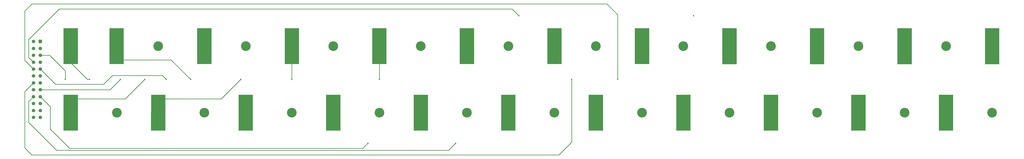
<source format=gbr>
%TF.GenerationSoftware,KiCad,Pcbnew,9.0.2*%
%TF.CreationDate,2025-07-25T15:15:28+08:00*%
%TF.ProjectId,accum_pcb_up,61636375-6d5f-4706-9362-5f75702e6b69,rev?*%
%TF.SameCoordinates,Original*%
%TF.FileFunction,Copper,L2,Bot*%
%TF.FilePolarity,Positive*%
%FSLAX46Y46*%
G04 Gerber Fmt 4.6, Leading zero omitted, Abs format (unit mm)*
G04 Created by KiCad (PCBNEW 9.0.2) date 2025-07-25 15:15:28*
%MOMM*%
%LPD*%
G01*
G04 APERTURE LIST*
G04 Aperture macros list*
%AMRoundRect*
0 Rectangle with rounded corners*
0 $1 Rounding radius*
0 $2 $3 $4 $5 $6 $7 $8 $9 X,Y pos of 4 corners*
0 Add a 4 corners polygon primitive as box body*
4,1,4,$2,$3,$4,$5,$6,$7,$8,$9,$2,$3,0*
0 Add four circle primitives for the rounded corners*
1,1,$1+$1,$2,$3*
1,1,$1+$1,$4,$5*
1,1,$1+$1,$6,$7*
1,1,$1+$1,$8,$9*
0 Add four rect primitives between the rounded corners*
20,1,$1+$1,$2,$3,$4,$5,0*
20,1,$1+$1,$4,$5,$6,$7,0*
20,1,$1+$1,$6,$7,$8,$9,0*
20,1,$1+$1,$8,$9,$2,$3,0*%
G04 Aperture macros list end*
%TA.AperFunction,ComponentPad*%
%ADD10C,4.200000*%
%TD*%
%TA.AperFunction,ComponentPad*%
%ADD11RoundRect,0.250001X-0.499999X0.499999X-0.499999X-0.499999X0.499999X-0.499999X0.499999X0.499999X0*%
%TD*%
%TA.AperFunction,ComponentPad*%
%ADD12C,1.500000*%
%TD*%
%TA.AperFunction,ViaPad*%
%ADD13C,0.600000*%
%TD*%
%TA.AperFunction,Conductor*%
%ADD14C,0.254000*%
%TD*%
G04 APERTURE END LIST*
D10*
%TO.P,,1*%
%TO.N,/Cell_8-*%
X235443015Y-179675500D03*
%TD*%
%TO.P,,1*%
%TO.N,/Cell_14-*%
X349583304Y-179680000D03*
%TD*%
%TO.P,,1*%
%TO.N,N/C*%
X367583985Y-179681500D03*
%TD*%
%TO.P,,1*%
%TO.N,/Cell_22-*%
X501770334Y-179686000D03*
%TD*%
%TO.P,,1*%
%TO.N,N/C*%
X139303985Y-179672500D03*
%TD*%
%TO.P,,1*%
%TO.N,N/C*%
X291491015Y-179678500D03*
%TD*%
%TO.P,,1*%
%TO.N,N/C*%
X177350333Y-179674000D03*
%TD*%
%TO.P,,1*%
%TO.N,/Cell_7-*%
X215382564Y-208611500D03*
%TD*%
%TO.P,,1*%
%TO.N,N/C*%
X159350015Y-208610500D03*
%TD*%
%TO.P,,1*%
%TO.N,/Cell_5-*%
X177350696Y-208612000D03*
%TD*%
%TO.P,,1*%
%TO.N,N/C*%
X121303682Y-208611500D03*
%TD*%
%TO.P,,1*%
%TO.N,/Cell_15-*%
X367584348Y-208619500D03*
%TD*%
%TO.P,,1*%
%TO.N,/Cell_19-*%
X443678015Y-208620500D03*
%TD*%
%TO.P,,1*%
%TO.N,/Cell_17-*%
X405631363Y-208619000D03*
%TD*%
%TO.P,,1*%
%TO.N,N/C*%
X235443378Y-208611500D03*
%TD*%
%TO.P,,1*%
%TO.N,/Cell_16-*%
X387629652Y-179681500D03*
%TD*%
D11*
%TO.P,J1,1,Pin_1*%
%TO.N,/Cell_20-_out*%
X88070000Y-177652144D03*
D12*
%TO.P,J1,2,Pin_2*%
%TO.N,/Cell_16-_out*%
X88070000Y-180652144D03*
%TO.P,J1,3,Pin_3*%
%TO.N,/Cell_1+_out*%
X88070000Y-183652144D03*
%TO.P,J1,4,Pin_4*%
%TO.N,/Cell_4-_out*%
X88070000Y-186652144D03*
%TO.P,J1,5,Pin_5*%
%TO.N,/Cell_2-_out*%
X88070000Y-189652144D03*
%TO.P,J1,6,Pin_6*%
%TO.N,/Cell_6-_out*%
X88070000Y-192652144D03*
%TO.P,J1,7,Pin_7*%
%TO.N,/Cell_3-_out*%
X88070000Y-195652144D03*
%TO.P,J1,8,Pin_8*%
%TO.N,/Cell_1-_out*%
X88070000Y-198652144D03*
%TO.P,J1,9,Pin_9*%
%TO.N,/Cell_7-_out*%
X88070000Y-201652144D03*
%TO.P,J1,10,Pin_10*%
%TO.N,/Cell_5-_out*%
X88070000Y-204652144D03*
%TO.P,J1,11,Pin_11*%
%TO.N,/Cell_15-_out*%
X88070000Y-207652144D03*
%TO.P,J1,12,Pin_12*%
%TO.N,/Cell_17-_out*%
X88070000Y-210652144D03*
%TO.P,J1,13,Pin_13*%
%TO.N,/Cell_22-_out*%
X85070000Y-177652144D03*
%TO.P,J1,14,Pin_14*%
%TO.N,/Cell_18-_out*%
X85070000Y-180652144D03*
%TO.P,J1,15,Pin_15*%
%TO.N,/Cell_10-_out*%
X85070000Y-183652144D03*
%TO.P,J1,16,Pin_16*%
%TO.N,/Cell_12-_out*%
X85070000Y-186652144D03*
%TO.P,J1,17,Pin_17*%
%TO.N,/Cell_14-_out*%
X85070000Y-189652144D03*
%TO.P,J1,18,Pin_18*%
%TO.N,/Cell_8-_out*%
X85070000Y-192652144D03*
%TO.P,J1,19,Pin_19*%
%TO.N,/Cell_13-_out*%
X85070000Y-195652144D03*
%TO.P,J1,20,Pin_20*%
%TO.N,/Cell_11-_out*%
X85070000Y-198652144D03*
%TO.P,J1,21,Pin_21*%
%TO.N,/Cell_9-_out*%
X85070000Y-201652144D03*
%TO.P,J1,22,Pin_22*%
%TO.N,unconnected-(J1-Pin_22-Pad22)*%
X85070000Y-204652144D03*
%TO.P,J1,23,Pin_23*%
%TO.N,/Cell_19-_out*%
X85070000Y-207652144D03*
%TO.P,J1,24,Pin_24*%
%TO.N,/Cell_21-_out*%
X85070000Y-210652144D03*
%TD*%
D10*
%TO.P,,1*%
%TO.N,N/C*%
X425677030Y-208619000D03*
%TD*%
%TO.P,,1*%
%TO.N,N/C*%
X311536682Y-208611500D03*
%TD*%
%TO.P,,1*%
%TO.N,/Cell_12-*%
X311536682Y-179678500D03*
%TD*%
%TO.P,,1*%
%TO.N,N/C*%
X349583667Y-208618000D03*
%TD*%
%TO.P,,1*%
%TO.N,/Cell_6-*%
X197396000Y-179674000D03*
%TD*%
%TO.P,,1*%
%TO.N,/Cell_9-*%
X253444363Y-208613000D03*
%TD*%
%TO.P,,1*%
%TO.N,N/C*%
X329537637Y-179680000D03*
%TD*%
%TO.P,,1*%
%TO.N,/Cell_11-*%
X291491015Y-208611500D03*
%TD*%
%TO.P,,1*%
%TO.N,N/C*%
X273490030Y-208613000D03*
%TD*%
%TO.P,,1*%
%TO.N,N/C*%
X387630015Y-208619500D03*
%TD*%
%TO.P,,1*%
%TO.N,/Cell_10-*%
X273489667Y-179677000D03*
%TD*%
%TO.P,,1*%
%TO.N,N/C*%
X215397348Y-179675500D03*
%TD*%
%TO.P,,1*%
%TO.N,N/C*%
X443677652Y-179684500D03*
%TD*%
%TO.P,,1*%
%TO.N,/Cell_20-*%
X463723319Y-179684500D03*
%TD*%
%TO.P,,1*%
%TO.N,/Cell_4-*%
X159349652Y-179672500D03*
%TD*%
%TO.P,,1*%
%TO.N,/Cell_3-*%
X139304348Y-208610500D03*
%TD*%
%TO.P,,1*%
%TO.N,/Cell_1+*%
X101257652Y-179673500D03*
%TD*%
%TO.P,,1*%
%TO.N,N/C*%
X481724667Y-179686000D03*
%TD*%
%TO.P,,1*%
%TO.N,/Cell_21-*%
X481724667Y-208619000D03*
%TD*%
%TO.P,,1*%
%TO.N,/Cell_2-*%
X121303319Y-179673500D03*
%TD*%
%TO.P,,1*%
%TO.N,/Cell_13-*%
X329538000Y-208618000D03*
%TD*%
%TO.P,,1*%
%TO.N,/Cell_1-*%
X101258015Y-208611500D03*
%TD*%
%TO.P,,1*%
%TO.N,N/C*%
X501770334Y-208619000D03*
%TD*%
%TO.P,,1*%
%TO.N,N/C*%
X405631000Y-179683000D03*
%TD*%
%TO.P,,1*%
%TO.N,N/C*%
X463723682Y-208620500D03*
%TD*%
%TO.P,,1*%
%TO.N,/Cell_18-*%
X425676667Y-179683000D03*
%TD*%
%TO.P,,1*%
%TO.N,N/C*%
X253444000Y-179677000D03*
%TD*%
%TO.P,,1*%
%TO.N,N/C*%
X197396363Y-208612000D03*
%TD*%
D13*
%TO.N,/Cell_1+_out*%
X98925000Y-194152145D03*
%TO.N,/Cell_1+*%
X101257652Y-185673500D03*
X109475000Y-194152145D03*
%TO.N,/Cell_1-_out*%
X122891000Y-194152145D03*
%TO.N,/Cell_1-*%
X133441000Y-194152145D03*
X101258015Y-202611500D03*
%TO.N,/Cell_2-*%
X121303319Y-185673500D03*
X153392000Y-194152145D03*
%TO.N,/Cell_2-_out*%
X142842000Y-194152145D03*
%TO.N,/Cell_3-*%
X139304348Y-202610500D03*
X175195000Y-194152145D03*
%TO.N,/Cell_4-*%
X159349652Y-173673500D03*
%TO.N,/Cell_5-*%
X177350696Y-214612000D03*
%TO.N,/Cell_6-*%
X197396000Y-185674000D03*
X197396000Y-194152145D03*
%TO.N,/Cell_7-_out*%
X230428000Y-221880000D03*
%TO.N,/Cell_7-*%
X215382564Y-214612000D03*
%TO.N,/Cell_8-*%
X235456000Y-194152145D03*
X235443015Y-185675500D03*
%TO.N,/Cell_9-_out*%
X268570000Y-221880000D03*
%TO.N,/Cell_9-*%
X253444363Y-214612000D03*
%TO.N,/Cell_10-*%
X273489667Y-173673500D03*
%TO.N,/Cell_11-*%
X291491015Y-202611500D03*
%TO.N,/Cell_12-*%
X311536682Y-173673500D03*
%TO.N,/Cell_12-_out*%
X296079000Y-166447000D03*
%TO.N,/Cell_13-*%
X329538000Y-202618000D03*
%TO.N,/Cell_13-_out*%
X318996000Y-194152145D03*
%TO.N,/Cell_14-_out*%
X339043000Y-194152145D03*
%TO.N,/Cell_14-*%
X349583304Y-185680000D03*
%TO.N,/Cell_15-*%
X367584348Y-214612000D03*
%TO.N,/Cell_16-*%
X387629652Y-173673500D03*
%TO.N,/Cell_16-_out*%
X372047000Y-166447000D03*
%TO.N,/Cell_17-*%
X405631363Y-214612000D03*
%TO.N,/Cell_18-*%
X425676667Y-173673500D03*
%TO.N,/Cell_19-*%
X443678015Y-214612000D03*
%TO.N,/Cell_20-*%
X463723319Y-173673500D03*
%TO.N,/Cell_21-*%
X481724667Y-214612000D03*
%TO.N,/Cell_22-*%
X501770334Y-185673500D03*
%TD*%
D14*
%TO.N,/Cell_1+_out*%
X92143144Y-183652144D02*
X98925000Y-190434000D01*
X88070000Y-183652144D02*
X92143144Y-183652144D01*
X98925000Y-190434000D02*
X98925000Y-194152145D01*
%TO.N,/Cell_1+*%
X108525145Y-194152145D02*
X109475000Y-194152145D01*
X101257652Y-185673500D02*
X101257652Y-186884652D01*
X101257652Y-186884652D02*
X108525145Y-194152145D01*
%TO.N,/Cell_1-_out*%
X118391001Y-198652144D02*
X88070000Y-198652144D01*
X122891000Y-194152145D02*
X118391001Y-198652144D01*
%TO.N,/Cell_1-*%
X124981645Y-202611500D02*
X133441000Y-194152145D01*
X101258015Y-202611500D02*
X124981645Y-202611500D01*
%TO.N,/Cell_2-*%
X121303319Y-185673500D02*
X144913355Y-185673500D01*
X144913355Y-185673500D02*
X153392000Y-194152145D01*
%TO.N,/Cell_2-_out*%
X119354000Y-192432000D02*
X141121855Y-192432000D01*
X94641856Y-196224000D02*
X115562000Y-196224000D01*
X88070000Y-189652144D02*
X94641856Y-196224000D01*
X115562000Y-196224000D02*
X119354000Y-192432000D01*
X141121855Y-192432000D02*
X142842000Y-194152145D01*
%TO.N,/Cell_3-*%
X139304348Y-202610500D02*
X166736645Y-202610500D01*
X166736645Y-202610500D02*
X175195000Y-194152145D01*
%TO.N,/Cell_6-*%
X197396000Y-185674000D02*
X197396000Y-194152145D01*
%TO.N,/Cell_7-_out*%
X92389000Y-205971144D02*
X92389000Y-215716000D01*
X92389000Y-215716000D02*
X100778000Y-224105000D01*
X100778000Y-224105000D02*
X228203000Y-224105000D01*
X228203000Y-224105000D02*
X230428000Y-221880000D01*
X88070000Y-201652144D02*
X92389000Y-205971144D01*
%TO.N,/Cell_8-*%
X235443015Y-194139160D02*
X235456000Y-194152145D01*
X235443015Y-185675500D02*
X235443015Y-194139160D01*
%TO.N,/Cell_9-_out*%
X95091000Y-224923000D02*
X82983000Y-212815000D01*
X82983000Y-212815000D02*
X82983000Y-203739144D01*
X82983000Y-203739144D02*
X85070000Y-201652144D01*
X268570000Y-221880000D02*
X265527000Y-224923000D01*
X265527000Y-224923000D02*
X95091000Y-224923000D01*
%TO.N,/Cell_12-_out*%
X82995000Y-176775000D02*
X96274000Y-163496000D01*
X293128000Y-163496000D02*
X296079000Y-166447000D01*
X85070000Y-186652144D02*
X82995000Y-184577144D01*
X96274000Y-163496000D02*
X293128000Y-163496000D01*
X82995000Y-184577144D02*
X82995000Y-176775000D01*
%TO.N,/Cell_13-_out*%
X81266000Y-223921000D02*
X84335016Y-226990016D01*
X313445984Y-226990016D02*
X319047000Y-221389000D01*
X319047000Y-221389000D02*
X319047000Y-194203145D01*
X84335016Y-226990016D02*
X313445984Y-226990016D01*
X81266000Y-199456144D02*
X81266000Y-223921000D01*
X319047000Y-194203145D02*
X318996000Y-194152145D01*
X85070000Y-195652144D02*
X81266000Y-199456144D01*
%TO.N,/Cell_14-_out*%
X84332000Y-161314000D02*
X81259000Y-164387000D01*
X81259000Y-164387000D02*
X81259000Y-185841144D01*
X339043000Y-165994000D02*
X334363000Y-161314000D01*
X334363000Y-161314000D02*
X84332000Y-161314000D01*
X339043000Y-194152145D02*
X339043000Y-165994000D01*
X81259000Y-185841144D02*
X85070000Y-189652144D01*
%TD*%
%TA.AperFunction,Conductor*%
%TO.N,/Cell_17-*%
G36*
X408685870Y-200828185D02*
G01*
X408731625Y-200880989D01*
X408742831Y-200932500D01*
X408742831Y-216305500D01*
X408723146Y-216372539D01*
X408670342Y-216418294D01*
X408618831Y-216429500D01*
X402643902Y-216429500D01*
X402576863Y-216409815D01*
X402531108Y-216357011D01*
X402519902Y-216305493D01*
X402520824Y-200932493D01*
X402540513Y-200865454D01*
X402593319Y-200819703D01*
X402644824Y-200808500D01*
X408618831Y-200808500D01*
X408685870Y-200828185D01*
G37*
%TD.AperFunction*%
%TD*%
%TA.AperFunction,Conductor*%
%TO.N,/Cell_11-*%
G36*
X294545522Y-200820685D02*
G01*
X294591277Y-200873489D01*
X294602483Y-200925000D01*
X294602483Y-216298000D01*
X294582798Y-216365039D01*
X294529994Y-216410794D01*
X294478483Y-216422000D01*
X288503554Y-216422000D01*
X288436515Y-216402315D01*
X288390760Y-216349511D01*
X288379554Y-216297993D01*
X288380476Y-200924993D01*
X288400165Y-200857954D01*
X288452971Y-200812203D01*
X288504476Y-200801000D01*
X294478483Y-200801000D01*
X294545522Y-200820685D01*
G37*
%TD.AperFunction*%
%TD*%
%TA.AperFunction,Conductor*%
%TO.N,/Cell_10-*%
G36*
X276544174Y-171886185D02*
G01*
X276589929Y-171938989D01*
X276601135Y-171990500D01*
X276601135Y-187363500D01*
X276581450Y-187430539D01*
X276528646Y-187476294D01*
X276477135Y-187487500D01*
X270502206Y-187487500D01*
X270435167Y-187467815D01*
X270389412Y-187415011D01*
X270378206Y-187363493D01*
X270379128Y-171990493D01*
X270398817Y-171923454D01*
X270451623Y-171877703D01*
X270503128Y-171866500D01*
X276477135Y-171866500D01*
X276544174Y-171886185D01*
G37*
%TD.AperFunction*%
%TD*%
%TA.AperFunction,Conductor*%
%TO.N,/Cell_5-*%
G36*
X180405203Y-200821185D02*
G01*
X180450958Y-200873989D01*
X180462164Y-200925500D01*
X180462164Y-216298500D01*
X180442479Y-216365539D01*
X180389675Y-216411294D01*
X180338164Y-216422500D01*
X174363235Y-216422500D01*
X174296196Y-216402815D01*
X174250441Y-216350011D01*
X174239235Y-216298493D01*
X174240157Y-200925493D01*
X174259846Y-200858454D01*
X174312652Y-200812703D01*
X174364157Y-200801500D01*
X180338164Y-200801500D01*
X180405203Y-200821185D01*
G37*
%TD.AperFunction*%
%TD*%
%TA.AperFunction,Conductor*%
%TO.N,/Cell_18-*%
G36*
X428731174Y-171892185D02*
G01*
X428776929Y-171944989D01*
X428788135Y-171996500D01*
X428788135Y-187369500D01*
X428768450Y-187436539D01*
X428715646Y-187482294D01*
X428664135Y-187493500D01*
X422689206Y-187493500D01*
X422622167Y-187473815D01*
X422576412Y-187421011D01*
X422565206Y-187369493D01*
X422566128Y-171996493D01*
X422585817Y-171929454D01*
X422638623Y-171883703D01*
X422690128Y-171872500D01*
X428664135Y-171872500D01*
X428731174Y-171892185D01*
G37*
%TD.AperFunction*%
%TD*%
%TA.AperFunction,Conductor*%
%TO.N,/Cell_4-*%
G36*
X162404159Y-171881685D02*
G01*
X162449914Y-171934489D01*
X162461120Y-171986000D01*
X162461120Y-187359000D01*
X162441435Y-187426039D01*
X162388631Y-187471794D01*
X162337120Y-187483000D01*
X156362191Y-187483000D01*
X156295152Y-187463315D01*
X156249397Y-187410511D01*
X156238191Y-187358993D01*
X156239113Y-171985993D01*
X156258802Y-171918954D01*
X156311608Y-171873203D01*
X156363113Y-171862000D01*
X162337120Y-171862000D01*
X162404159Y-171881685D01*
G37*
%TD.AperFunction*%
%TD*%
%TA.AperFunction,Conductor*%
%TO.N,/Cell_1-*%
G36*
X104312522Y-200820685D02*
G01*
X104358277Y-200873489D01*
X104369483Y-200925000D01*
X104369483Y-216298000D01*
X104349798Y-216365039D01*
X104296994Y-216410794D01*
X104245483Y-216422000D01*
X98270554Y-216422000D01*
X98203515Y-216402315D01*
X98157760Y-216349511D01*
X98146554Y-216297993D01*
X98147476Y-200924993D01*
X98167165Y-200857954D01*
X98219971Y-200812203D01*
X98271476Y-200801000D01*
X104245483Y-200801000D01*
X104312522Y-200820685D01*
G37*
%TD.AperFunction*%
%TD*%
%TA.AperFunction,Conductor*%
%TO.N,/Cell_7-*%
G36*
X218437071Y-200820685D02*
G01*
X218482826Y-200873489D01*
X218494032Y-200925000D01*
X218494032Y-216298000D01*
X218474347Y-216365039D01*
X218421543Y-216410794D01*
X218370032Y-216422000D01*
X212395103Y-216422000D01*
X212328064Y-216402315D01*
X212282309Y-216349511D01*
X212271103Y-216297993D01*
X212272025Y-200924993D01*
X212291714Y-200857954D01*
X212344520Y-200812203D01*
X212396025Y-200801000D01*
X218370032Y-200801000D01*
X218437071Y-200820685D01*
G37*
%TD.AperFunction*%
%TD*%
%TA.AperFunction,Conductor*%
%TO.N,/Cell_13-*%
G36*
X332592507Y-200827185D02*
G01*
X332638262Y-200879989D01*
X332649468Y-200931500D01*
X332649468Y-216304500D01*
X332629783Y-216371539D01*
X332576979Y-216417294D01*
X332525468Y-216428500D01*
X326550539Y-216428500D01*
X326483500Y-216408815D01*
X326437745Y-216356011D01*
X326426539Y-216304493D01*
X326427461Y-200931493D01*
X326447150Y-200864454D01*
X326499956Y-200818703D01*
X326551461Y-200807500D01*
X332525468Y-200807500D01*
X332592507Y-200827185D01*
G37*
%TD.AperFunction*%
%TD*%
%TA.AperFunction,Conductor*%
%TO.N,/Cell_22-*%
G36*
X504824841Y-171895185D02*
G01*
X504870596Y-171947989D01*
X504881802Y-171999500D01*
X504881802Y-187372500D01*
X504862117Y-187439539D01*
X504809313Y-187485294D01*
X504757802Y-187496500D01*
X498782873Y-187496500D01*
X498715834Y-187476815D01*
X498670079Y-187424011D01*
X498658873Y-187372493D01*
X498659795Y-171999493D01*
X498679484Y-171932454D01*
X498732290Y-171886703D01*
X498783795Y-171875500D01*
X504757802Y-171875500D01*
X504824841Y-171895185D01*
G37*
%TD.AperFunction*%
%TD*%
%TA.AperFunction,Conductor*%
%TO.N,/Cell_12-*%
G36*
X314591189Y-171887685D02*
G01*
X314636944Y-171940489D01*
X314648150Y-171992000D01*
X314648150Y-187365000D01*
X314628465Y-187432039D01*
X314575661Y-187477794D01*
X314524150Y-187489000D01*
X308549221Y-187489000D01*
X308482182Y-187469315D01*
X308436427Y-187416511D01*
X308425221Y-187364993D01*
X308426143Y-171991993D01*
X308445832Y-171924954D01*
X308498638Y-171879203D01*
X308550143Y-171868000D01*
X314524150Y-171868000D01*
X314591189Y-171887685D01*
G37*
%TD.AperFunction*%
%TD*%
%TA.AperFunction,Conductor*%
%TO.N,/Cell_19-*%
G36*
X446732522Y-200829685D02*
G01*
X446778277Y-200882489D01*
X446789483Y-200934000D01*
X446789483Y-216307000D01*
X446769798Y-216374039D01*
X446716994Y-216419794D01*
X446665483Y-216431000D01*
X440690554Y-216431000D01*
X440623515Y-216411315D01*
X440577760Y-216358511D01*
X440566554Y-216306993D01*
X440567476Y-200933993D01*
X440587165Y-200866954D01*
X440639971Y-200821203D01*
X440691476Y-200810000D01*
X446665483Y-200810000D01*
X446732522Y-200829685D01*
G37*
%TD.AperFunction*%
%TD*%
%TA.AperFunction,Conductor*%
%TO.N,/Cell_16-*%
G36*
X390684159Y-171890685D02*
G01*
X390729914Y-171943489D01*
X390741120Y-171995000D01*
X390741120Y-187368000D01*
X390721435Y-187435039D01*
X390668631Y-187480794D01*
X390617120Y-187492000D01*
X384642191Y-187492000D01*
X384575152Y-187472315D01*
X384529397Y-187419511D01*
X384518191Y-187367993D01*
X384519113Y-171994993D01*
X384538802Y-171927954D01*
X384591608Y-171882203D01*
X384643113Y-171871000D01*
X390617120Y-171871000D01*
X390684159Y-171890685D01*
G37*
%TD.AperFunction*%
%TD*%
%TA.AperFunction,Conductor*%
%TO.N,/Cell_9-*%
G36*
X256498870Y-200822185D02*
G01*
X256544625Y-200874989D01*
X256555831Y-200926500D01*
X256555831Y-216299500D01*
X256536146Y-216366539D01*
X256483342Y-216412294D01*
X256431831Y-216423500D01*
X250456902Y-216423500D01*
X250389863Y-216403815D01*
X250344108Y-216351011D01*
X250332902Y-216299493D01*
X250333824Y-200926493D01*
X250353513Y-200859454D01*
X250406319Y-200813703D01*
X250457824Y-200802500D01*
X256431831Y-200802500D01*
X256498870Y-200822185D01*
G37*
%TD.AperFunction*%
%TD*%
%TA.AperFunction,Conductor*%
%TO.N,/Cell_3-*%
G36*
X142358855Y-200819685D02*
G01*
X142404610Y-200872489D01*
X142415816Y-200924000D01*
X142415816Y-216297000D01*
X142396131Y-216364039D01*
X142343327Y-216409794D01*
X142291816Y-216421000D01*
X136316887Y-216421000D01*
X136249848Y-216401315D01*
X136204093Y-216348511D01*
X136192887Y-216296993D01*
X136193809Y-200923993D01*
X136213498Y-200856954D01*
X136266304Y-200811203D01*
X136317809Y-200800000D01*
X142291816Y-200800000D01*
X142358855Y-200819685D01*
G37*
%TD.AperFunction*%
%TD*%
%TA.AperFunction,Conductor*%
%TO.N,/Cell_21-*%
G36*
X484779174Y-200828185D02*
G01*
X484824929Y-200880989D01*
X484836135Y-200932500D01*
X484836135Y-216305500D01*
X484816450Y-216372539D01*
X484763646Y-216418294D01*
X484712135Y-216429500D01*
X478737206Y-216429500D01*
X478670167Y-216409815D01*
X478624412Y-216357011D01*
X478613206Y-216305493D01*
X478614128Y-200932493D01*
X478633817Y-200865454D01*
X478686623Y-200819703D01*
X478738128Y-200808500D01*
X484712135Y-200808500D01*
X484779174Y-200828185D01*
G37*
%TD.AperFunction*%
%TD*%
%TA.AperFunction,Conductor*%
%TO.N,/Cell_14-*%
G36*
X352637811Y-171889185D02*
G01*
X352683566Y-171941989D01*
X352694772Y-171993500D01*
X352694772Y-187366500D01*
X352675087Y-187433539D01*
X352622283Y-187479294D01*
X352570772Y-187490500D01*
X346595843Y-187490500D01*
X346528804Y-187470815D01*
X346483049Y-187418011D01*
X346471843Y-187366493D01*
X346472765Y-171993493D01*
X346492454Y-171926454D01*
X346545260Y-171880703D01*
X346596765Y-171869500D01*
X352570772Y-171869500D01*
X352637811Y-171889185D01*
G37*
%TD.AperFunction*%
%TD*%
%TA.AperFunction,Conductor*%
%TO.N,/Cell_6-*%
G36*
X200450507Y-171883185D02*
G01*
X200496262Y-171935989D01*
X200507468Y-171987500D01*
X200507468Y-187360500D01*
X200487783Y-187427539D01*
X200434979Y-187473294D01*
X200383468Y-187484500D01*
X194408539Y-187484500D01*
X194341500Y-187464815D01*
X194295745Y-187412011D01*
X194284539Y-187360493D01*
X194285461Y-171987493D01*
X194305150Y-171920454D01*
X194357956Y-171874703D01*
X194409461Y-171863500D01*
X200383468Y-171863500D01*
X200450507Y-171883185D01*
G37*
%TD.AperFunction*%
%TD*%
%TA.AperFunction,Conductor*%
%TO.N,/Cell_2-*%
G36*
X124279071Y-171882685D02*
G01*
X124324826Y-171935489D01*
X124336032Y-171987000D01*
X124336032Y-187360000D01*
X124316347Y-187427039D01*
X124263543Y-187472794D01*
X124212032Y-187484000D01*
X118237103Y-187484000D01*
X118170064Y-187464315D01*
X118124309Y-187411511D01*
X118113103Y-187359993D01*
X118114025Y-171986993D01*
X118133714Y-171919954D01*
X118186520Y-171874203D01*
X118238025Y-171863000D01*
X124212032Y-171863000D01*
X124279071Y-171882685D01*
G37*
%TD.AperFunction*%
%TD*%
%TA.AperFunction,Conductor*%
%TO.N,/Cell_15-*%
G36*
X370638855Y-200828685D02*
G01*
X370684610Y-200881489D01*
X370695816Y-200933000D01*
X370695816Y-216306000D01*
X370676131Y-216373039D01*
X370623327Y-216418794D01*
X370571816Y-216430000D01*
X364596887Y-216430000D01*
X364529848Y-216410315D01*
X364484093Y-216357511D01*
X364472887Y-216305993D01*
X364473809Y-200932993D01*
X364493498Y-200865954D01*
X364546304Y-200820203D01*
X364597809Y-200809000D01*
X370571816Y-200809000D01*
X370638855Y-200828685D01*
G37*
%TD.AperFunction*%
%TD*%
%TA.AperFunction,Conductor*%
%TO.N,/Cell_1+*%
G36*
X104334039Y-171881685D02*
G01*
X104379794Y-171934489D01*
X104391000Y-171986000D01*
X104391000Y-187361000D01*
X104371315Y-187428039D01*
X104318511Y-187473794D01*
X104267000Y-187485000D01*
X98292064Y-187485000D01*
X98225025Y-187465315D01*
X98179270Y-187412511D01*
X98168064Y-187360993D01*
X98168986Y-171985993D01*
X98188675Y-171918954D01*
X98241481Y-171873203D01*
X98292986Y-171862000D01*
X104267000Y-171862000D01*
X104334039Y-171881685D01*
G37*
%TD.AperFunction*%
%TD*%
%TA.AperFunction,Conductor*%
%TO.N,/Cell_8-*%
G36*
X238497522Y-171884685D02*
G01*
X238543277Y-171937489D01*
X238554483Y-171989000D01*
X238554483Y-187362000D01*
X238534798Y-187429039D01*
X238481994Y-187474794D01*
X238430483Y-187486000D01*
X232455554Y-187486000D01*
X232388515Y-187466315D01*
X232342760Y-187413511D01*
X232331554Y-187361993D01*
X232332476Y-171988993D01*
X232352165Y-171921954D01*
X232404971Y-171876203D01*
X232456476Y-171865000D01*
X238430483Y-171865000D01*
X238497522Y-171884685D01*
G37*
%TD.AperFunction*%
%TD*%
%TA.AperFunction,Conductor*%
%TO.N,/Cell_20-*%
G36*
X466777826Y-171893685D02*
G01*
X466823581Y-171946489D01*
X466834787Y-171998000D01*
X466834787Y-187371000D01*
X466815102Y-187438039D01*
X466762298Y-187483794D01*
X466710787Y-187495000D01*
X460735858Y-187495000D01*
X460668819Y-187475315D01*
X460623064Y-187422511D01*
X460611858Y-187370993D01*
X460612780Y-171997993D01*
X460632469Y-171930954D01*
X460685275Y-171885203D01*
X460736780Y-171874000D01*
X466710787Y-171874000D01*
X466777826Y-171893685D01*
G37*
%TD.AperFunction*%
%TD*%
M02*

</source>
